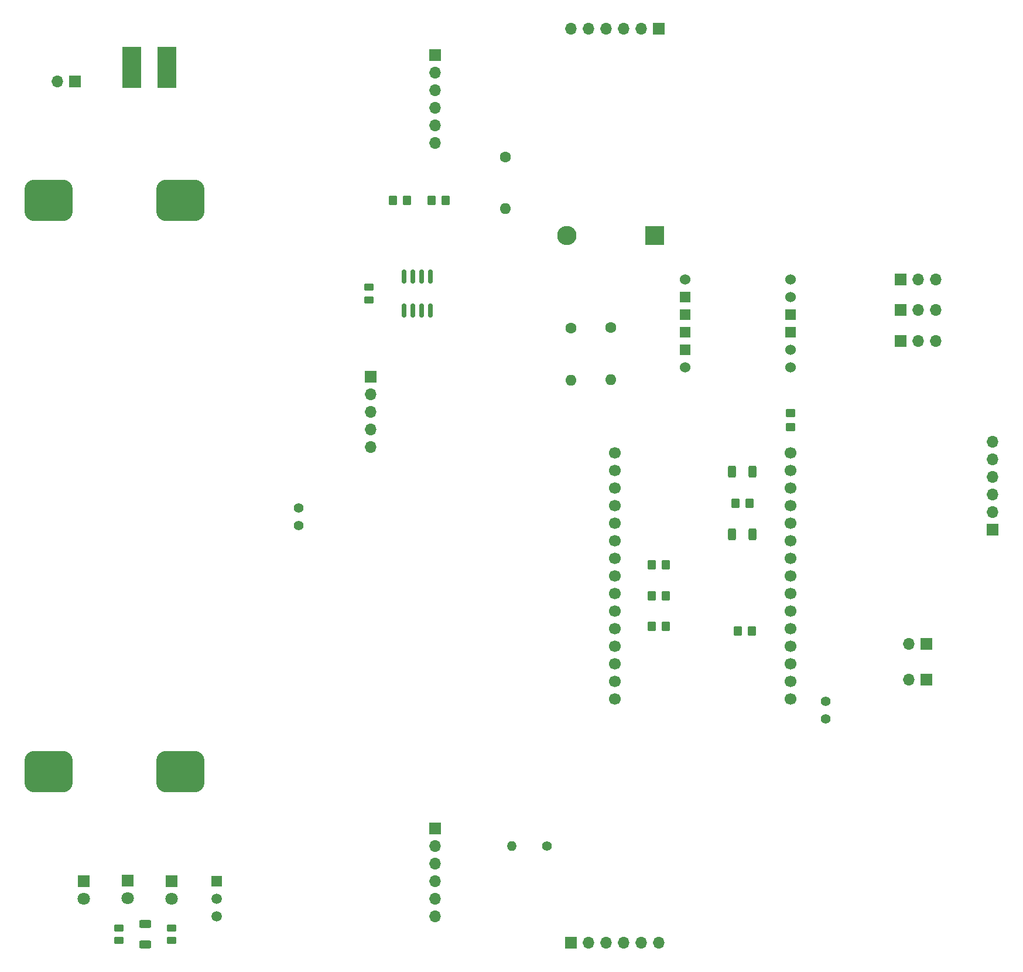
<source format=gbr>
%TF.GenerationSoftware,KiCad,Pcbnew,6.0.2+dfsg-1*%
%TF.CreationDate,2025-04-12T20:02:49+02:00*%
%TF.ProjectId,Placa base v1.0,506c6163-6120-4626-9173-652076312e30,rev?*%
%TF.SameCoordinates,Original*%
%TF.FileFunction,Soldermask,Top*%
%TF.FilePolarity,Negative*%
%FSLAX46Y46*%
G04 Gerber Fmt 4.6, Leading zero omitted, Abs format (unit mm)*
G04 Created by KiCad (PCBNEW 6.0.2+dfsg-1) date 2025-04-12 20:02:49*
%MOMM*%
%LPD*%
G01*
G04 APERTURE LIST*
G04 Aperture macros list*
%AMRoundRect*
0 Rectangle with rounded corners*
0 $1 Rounding radius*
0 $2 $3 $4 $5 $6 $7 $8 $9 X,Y pos of 4 corners*
0 Add a 4 corners polygon primitive as box body*
4,1,4,$2,$3,$4,$5,$6,$7,$8,$9,$2,$3,0*
0 Add four circle primitives for the rounded corners*
1,1,$1+$1,$2,$3*
1,1,$1+$1,$4,$5*
1,1,$1+$1,$6,$7*
1,1,$1+$1,$8,$9*
0 Add four rect primitives between the rounded corners*
20,1,$1+$1,$2,$3,$4,$5,0*
20,1,$1+$1,$4,$5,$6,$7,0*
20,1,$1+$1,$6,$7,$8,$9,0*
20,1,$1+$1,$8,$9,$2,$3,0*%
G04 Aperture macros list end*
%ADD10C,1.400000*%
%ADD11R,2.700000X6.000000*%
%ADD12R,1.700000X1.700000*%
%ADD13O,1.700000X1.700000*%
%ADD14RoundRect,0.250000X0.450000X-0.262500X0.450000X0.262500X-0.450000X0.262500X-0.450000X-0.262500X0*%
%ADD15R,1.500000X1.500000*%
%ADD16C,1.500000*%
%ADD17C,1.524000*%
%ADD18R,1.524000X1.524000*%
%ADD19C,1.700000*%
%ADD20RoundRect,0.250000X-0.450000X0.262500X-0.450000X-0.262500X0.450000X-0.262500X0.450000X0.262500X0*%
%ADD21RoundRect,0.150000X0.150000X-0.825000X0.150000X0.825000X-0.150000X0.825000X-0.150000X-0.825000X0*%
%ADD22RoundRect,1.500000X2.000000X-1.500000X2.000000X1.500000X-2.000000X1.500000X-2.000000X-1.500000X0*%
%ADD23RoundRect,1.500000X-2.000000X1.500000X-2.000000X-1.500000X2.000000X-1.500000X2.000000X1.500000X0*%
%ADD24RoundRect,0.250000X0.350000X0.450000X-0.350000X0.450000X-0.350000X-0.450000X0.350000X-0.450000X0*%
%ADD25RoundRect,0.250000X0.312500X0.625000X-0.312500X0.625000X-0.312500X-0.625000X0.312500X-0.625000X0*%
%ADD26C,1.600000*%
%ADD27O,1.600000X1.600000*%
%ADD28R,1.800000X1.800000*%
%ADD29C,1.800000*%
%ADD30RoundRect,0.250000X0.450000X-0.350000X0.450000X0.350000X-0.450000X0.350000X-0.450000X-0.350000X0*%
%ADD31R,2.800000X2.800000*%
%ADD32O,2.800000X2.800000*%
%ADD33RoundRect,0.250000X0.625000X-0.312500X0.625000X0.312500X-0.625000X0.312500X-0.625000X-0.312500X0*%
%ADD34RoundRect,0.250000X-0.350000X-0.450000X0.350000X-0.450000X0.350000X0.450000X-0.350000X0.450000X0*%
%ADD35O,1.400000X1.400000*%
G04 APERTURE END LIST*
D10*
%TO.C,JP1*%
X77470000Y-109855000D03*
X77470000Y-107315000D03*
%TD*%
D11*
%TO.C,SW1*%
X53340000Y-43688000D03*
X58420000Y-43688000D03*
%TD*%
D12*
%TO.C,J1*%
X97155000Y-153670000D03*
D13*
X97155000Y-156210000D03*
X97155000Y-158750000D03*
X97155000Y-161290000D03*
X97155000Y-163830000D03*
X97155000Y-166370000D03*
%TD*%
D12*
%TO.C,J9*%
X164480000Y-74295000D03*
D13*
X167020000Y-74295000D03*
X169560000Y-74295000D03*
%TD*%
D12*
%TO.C,J7*%
X164480000Y-83185000D03*
D13*
X167020000Y-83185000D03*
X169560000Y-83185000D03*
%TD*%
D14*
%TO.C,R14*%
X51435000Y-169822500D03*
X51435000Y-167997500D03*
%TD*%
D15*
%TO.C,Q2*%
X65590000Y-161280000D03*
D16*
X65590000Y-163820000D03*
X65590000Y-166360000D03*
%TD*%
D17*
%TO.C,U2*%
X133350000Y-74295000D03*
D18*
X133350000Y-76835000D03*
X133350000Y-79375000D03*
X133350000Y-81915000D03*
X133350000Y-84455000D03*
D17*
X133350000Y-86995000D03*
X148590000Y-86995000D03*
X148590000Y-84455000D03*
D18*
X148590000Y-81915000D03*
X148590000Y-79375000D03*
D17*
X148590000Y-76835000D03*
X148590000Y-74295000D03*
%TD*%
D19*
%TO.C,U4*%
X123190000Y-99360000D03*
X123190000Y-101900000D03*
X123190000Y-104440000D03*
X123190000Y-106980000D03*
X123190000Y-109520000D03*
X123190000Y-112060000D03*
X123190000Y-114600000D03*
X123190000Y-117140000D03*
X123190000Y-119680000D03*
X123190000Y-122220000D03*
X123190000Y-124760000D03*
X123190000Y-127300000D03*
X123190000Y-129840000D03*
X123190000Y-132380000D03*
X123190000Y-134920000D03*
X148590000Y-134920000D03*
X148590000Y-132380000D03*
X148590000Y-129840000D03*
X148590000Y-127300000D03*
X148590000Y-124760000D03*
X148590000Y-122220000D03*
X148590000Y-119680000D03*
X148590000Y-117140000D03*
X148590000Y-114600000D03*
X148590000Y-112060000D03*
X148590000Y-109520000D03*
X148590000Y-106980000D03*
X148590000Y-104440000D03*
X148590000Y-101900000D03*
X148590000Y-99360000D03*
%TD*%
D20*
%TO.C,R_Shunt1*%
X87630000Y-75414500D03*
X87630000Y-77239500D03*
%TD*%
D21*
%TO.C,U1*%
X92710000Y-78802000D03*
X93980000Y-78802000D03*
X95250000Y-78802000D03*
X96520000Y-78802000D03*
X96520000Y-73852000D03*
X95250000Y-73852000D03*
X93980000Y-73852000D03*
X92710000Y-73852000D03*
%TD*%
D14*
%TO.C,R16*%
X59055000Y-169822500D03*
X59055000Y-167997500D03*
%TD*%
D22*
%TO.C,U5*%
X41295000Y-145415000D03*
X41295000Y-62865000D03*
%TD*%
D23*
%TO.C,U6*%
X60345000Y-62865000D03*
X60345000Y-145415000D03*
%TD*%
D24*
%TO.C,R6*%
X130540000Y-115570000D03*
X128540000Y-115570000D03*
%TD*%
D12*
%TO.C,J_Batt1*%
X45090000Y-45720000D03*
D13*
X42550000Y-45720000D03*
%TD*%
D10*
%TO.C,JP2*%
X153670000Y-135275000D03*
X153670000Y-137815000D03*
%TD*%
D12*
%TO.C,J8*%
X164480000Y-78740000D03*
D13*
X167020000Y-78740000D03*
X169560000Y-78740000D03*
%TD*%
D25*
%TO.C,R8*%
X143067500Y-102057200D03*
X140142500Y-102057200D03*
%TD*%
D26*
%TO.C,C4*%
X122555000Y-81280000D03*
D27*
X122555000Y-88780000D03*
%TD*%
D12*
%TO.C,J_I2C_2*%
X168255000Y-127000000D03*
D13*
X165715000Y-127000000D03*
%TD*%
D24*
%TO.C,R4*%
X130540000Y-124460000D03*
X128540000Y-124460000D03*
%TD*%
D12*
%TO.C,J4*%
X129540000Y-38100000D03*
D13*
X127000000Y-38100000D03*
X124460000Y-38100000D03*
X121920000Y-38100000D03*
X119380000Y-38100000D03*
X116840000Y-38100000D03*
%TD*%
D28*
%TO.C,D2*%
X52705000Y-161158000D03*
D29*
X52705000Y-163698000D03*
%TD*%
D30*
%TO.C,R13*%
X148590000Y-95615000D03*
X148590000Y-93615000D03*
%TD*%
D25*
%TO.C,R7*%
X143067500Y-111125000D03*
X140142500Y-111125000D03*
%TD*%
D31*
%TO.C,Bat49*%
X128905000Y-67945000D03*
D32*
X116205000Y-67945000D03*
%TD*%
D33*
%TO.C,R15*%
X55245000Y-170372500D03*
X55245000Y-167447500D03*
%TD*%
D28*
%TO.C,D3*%
X59055000Y-161285000D03*
D29*
X59055000Y-163825000D03*
%TD*%
D34*
%TO.C,R10*%
X96663000Y-62865000D03*
X98663000Y-62865000D03*
%TD*%
D24*
%TO.C,R12*%
X142605000Y-106680000D03*
X140605000Y-106680000D03*
%TD*%
D10*
%TO.C,R0*%
X113361000Y-156210000D03*
D35*
X108281000Y-156210000D03*
%TD*%
D34*
%TO.C,R9*%
X91075000Y-62865000D03*
X93075000Y-62865000D03*
%TD*%
D12*
%TO.C,J_I2C_1*%
X168255000Y-132105000D03*
D13*
X165715000Y-132105000D03*
%TD*%
D24*
%TO.C,R11*%
X142970000Y-125095000D03*
X140970000Y-125095000D03*
%TD*%
D26*
%TO.C,C2*%
X107315000Y-56575000D03*
D27*
X107315000Y-64075000D03*
%TD*%
D12*
%TO.C,J2*%
X97155000Y-41910000D03*
D13*
X97155000Y-44450000D03*
X97155000Y-46990000D03*
X97155000Y-49530000D03*
X97155000Y-52070000D03*
X97155000Y-54610000D03*
%TD*%
D24*
%TO.C,R5*%
X130540000Y-120015000D03*
X128540000Y-120015000D03*
%TD*%
D12*
%TO.C,J_DC-DC1*%
X87884000Y-88392000D03*
D13*
X87884000Y-90932000D03*
X87884000Y-93472000D03*
X87884000Y-96012000D03*
X87884000Y-98552000D03*
%TD*%
D12*
%TO.C,J6*%
X116840000Y-170180000D03*
D13*
X119380000Y-170180000D03*
X121920000Y-170180000D03*
X124460000Y-170180000D03*
X127000000Y-170180000D03*
X129540000Y-170180000D03*
%TD*%
D26*
%TO.C,C3*%
X116840000Y-81340000D03*
D27*
X116840000Y-88840000D03*
%TD*%
D12*
%TO.C,J5*%
X177800000Y-110490000D03*
D13*
X177800000Y-107950000D03*
X177800000Y-105410000D03*
X177800000Y-102870000D03*
X177800000Y-100330000D03*
X177800000Y-97790000D03*
%TD*%
D28*
%TO.C,D1*%
X46355000Y-161290000D03*
D29*
X46355000Y-163830000D03*
%TD*%
M02*

</source>
